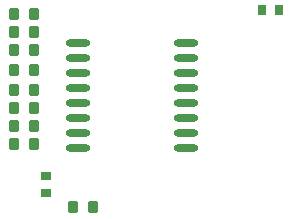
<source format=gtp>
G04*
G04 #@! TF.GenerationSoftware,Altium Limited,Altium Designer,23.3.1 (30)*
G04*
G04 Layer_Color=8421504*
%FSLAX44Y44*%
%MOMM*%
G71*
G04*
G04 #@! TF.SameCoordinates,D8AE08F4-3845-44A1-9C7E-D53955B2364C*
G04*
G04*
G04 #@! TF.FilePolarity,Positive*
G04*
G01*
G75*
%ADD17O,2.1000X0.6000*%
G04:AMPARAMS|DCode=18|XSize=1mm|YSize=0.9mm|CornerRadius=0.1125mm|HoleSize=0mm|Usage=FLASHONLY|Rotation=90.000|XOffset=0mm|YOffset=0mm|HoleType=Round|Shape=RoundedRectangle|*
%AMROUNDEDRECTD18*
21,1,1.0000,0.6750,0,0,90.0*
21,1,0.7750,0.9000,0,0,90.0*
1,1,0.2250,0.3375,0.3875*
1,1,0.2250,0.3375,-0.3875*
1,1,0.2250,-0.3375,-0.3875*
1,1,0.2250,-0.3375,0.3875*
%
%ADD18ROUNDEDRECTD18*%
%ADD19R,0.7500X0.9500*%
%ADD20R,0.9500X0.7500*%
D17*
X456916Y401574D02*
D03*
Y388874D02*
D03*
Y376174D02*
D03*
Y363474D02*
D03*
Y350774D02*
D03*
Y338074D02*
D03*
Y325374D02*
D03*
Y312674D02*
D03*
X548416Y401574D02*
D03*
Y388874D02*
D03*
Y376174D02*
D03*
Y363474D02*
D03*
Y350774D02*
D03*
Y338074D02*
D03*
Y325374D02*
D03*
Y312674D02*
D03*
D18*
X419980Y425958D02*
D03*
X402980D02*
D03*
X419980Y410718D02*
D03*
X402980D02*
D03*
X419980Y316230D02*
D03*
X402980D02*
D03*
X419980Y331470D02*
D03*
X402980D02*
D03*
X419980Y346710D02*
D03*
X402980D02*
D03*
X419980Y361950D02*
D03*
X402980D02*
D03*
X419980Y395478D02*
D03*
X402980D02*
D03*
X419980Y378968D02*
D03*
X402980D02*
D03*
X469900Y263144D02*
D03*
X452900D02*
D03*
D19*
X613268Y429260D02*
D03*
X627268D02*
D03*
D20*
X429768Y288798D02*
D03*
Y274798D02*
D03*
M02*

</source>
